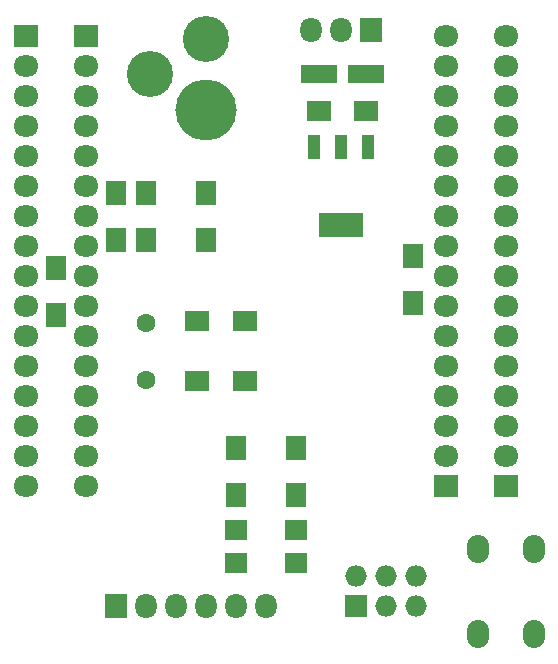
<source format=gts>
%TF.GenerationSoftware,KiCad,Pcbnew,4.0.2-stable*%
%TF.CreationDate,2016-04-26T19:03:57-04:00*%
%TF.ProjectId,Programmer,50726F6772616D6D65722E6B69636164,rev?*%
%TF.FileFunction,Soldermask,Top*%
%FSLAX46Y46*%
G04 Gerber Fmt 4.6, Leading zero omitted, Abs format (unit mm)*
G04 Created by KiCad (PCBNEW 4.0.2-stable) date 4/26/2016 7:03:57 PM*
%MOMM*%
G01*
G04 APERTURE LIST*
%ADD10C,0.127000*%
%ADD11R,1.700000X2.100000*%
%ADD12R,2.100000X1.700000*%
%ADD13O,5.180000X5.180000*%
%ADD14O,3.910000X3.910000*%
%ADD15R,1.900860X1.697660*%
%ADD16R,1.827200X2.132000*%
%ADD17O,1.827200X2.132000*%
%ADD18R,2.132000X1.827200*%
%ADD19O,2.132000X1.827200*%
%ADD20R,1.827200X1.827200*%
%ADD21O,1.827200X1.827200*%
%ADD22R,1.800000X2.100000*%
%ADD23R,3.757600X2.132000*%
%ADD24R,1.116000X2.132000*%
%ADD25C,1.601140*%
%ADD26R,3.099740X1.601140*%
%ADD27O,1.878000X2.386000*%
G04 APERTURE END LIST*
D10*
D11*
X35560000Y-38640000D03*
X35560000Y-42640000D03*
D12*
X34830000Y-49530000D03*
X38830000Y-49530000D03*
X34830000Y-54610000D03*
X38830000Y-54610000D03*
D13*
X35560000Y-31600140D03*
D14*
X35560000Y-25600660D03*
X30861000Y-28600400D03*
D15*
X38100000Y-67160140D03*
X38100000Y-69999860D03*
X43180000Y-67160140D03*
X43180000Y-69999860D03*
D16*
X27940000Y-73660000D03*
D17*
X30480000Y-73660000D03*
X33020000Y-73660000D03*
X35560000Y-73660000D03*
X38100000Y-73660000D03*
X40640000Y-73660000D03*
D18*
X25400000Y-25400000D03*
D19*
X25400000Y-27940000D03*
X25400000Y-30480000D03*
X25400000Y-33020000D03*
X25400000Y-35560000D03*
X25400000Y-38100000D03*
X25400000Y-40640000D03*
X25400000Y-43180000D03*
X25400000Y-45720000D03*
X25400000Y-48260000D03*
X25400000Y-50800000D03*
X25400000Y-53340000D03*
X25400000Y-55880000D03*
X25400000Y-58420000D03*
X25400000Y-60960000D03*
X25400000Y-63500000D03*
D20*
X48260000Y-73660000D03*
D21*
X48260000Y-71120000D03*
X50800000Y-73660000D03*
X50800000Y-71120000D03*
X53340000Y-73660000D03*
X53340000Y-71120000D03*
D18*
X55880000Y-63500000D03*
D19*
X55880000Y-60960000D03*
X55880000Y-58420000D03*
X55880000Y-55880000D03*
X55880000Y-53340000D03*
X55880000Y-50800000D03*
X55880000Y-48260000D03*
X55880000Y-45720000D03*
X55880000Y-43180000D03*
X55880000Y-40640000D03*
X55880000Y-38100000D03*
X55880000Y-35560000D03*
X55880000Y-33020000D03*
X55880000Y-30480000D03*
X55880000Y-27940000D03*
X55880000Y-25400000D03*
D22*
X30480000Y-42640000D03*
X30480000Y-38640000D03*
X38100000Y-60230000D03*
X38100000Y-64230000D03*
X43180000Y-60230000D03*
X43180000Y-64230000D03*
D23*
X46990000Y-41402000D03*
D24*
X46990000Y-34798000D03*
X44704000Y-34798000D03*
X49276000Y-34798000D03*
D25*
X30480000Y-49629060D03*
X30480000Y-54510940D03*
D18*
X20320000Y-25400000D03*
D19*
X20320000Y-27940000D03*
X20320000Y-30480000D03*
X20320000Y-33020000D03*
X20320000Y-35560000D03*
X20320000Y-38100000D03*
X20320000Y-40640000D03*
X20320000Y-43180000D03*
X20320000Y-45720000D03*
X20320000Y-48260000D03*
X20320000Y-50800000D03*
X20320000Y-53340000D03*
X20320000Y-55880000D03*
X20320000Y-58420000D03*
X20320000Y-60960000D03*
X20320000Y-63500000D03*
D18*
X60960000Y-63500000D03*
D19*
X60960000Y-60960000D03*
X60960000Y-58420000D03*
X60960000Y-55880000D03*
X60960000Y-53340000D03*
X60960000Y-50800000D03*
X60960000Y-48260000D03*
X60960000Y-45720000D03*
X60960000Y-43180000D03*
X60960000Y-40640000D03*
X60960000Y-38100000D03*
X60960000Y-35560000D03*
X60960000Y-33020000D03*
X60960000Y-30480000D03*
X60960000Y-27940000D03*
X60960000Y-25400000D03*
D26*
X49115980Y-28575000D03*
X45118020Y-28575000D03*
D12*
X45117000Y-31750000D03*
X49117000Y-31750000D03*
D11*
X22860000Y-48990000D03*
X22860000Y-44990000D03*
X27940000Y-42640000D03*
X27940000Y-38640000D03*
X53086000Y-47974000D03*
X53086000Y-43974000D03*
D16*
X49530000Y-24892000D03*
D17*
X46990000Y-24892000D03*
X44450000Y-24892000D03*
D27*
X58610500Y-68770500D03*
X58610500Y-76009500D03*
X63309500Y-68770500D03*
X63309500Y-76009500D03*
M02*

</source>
